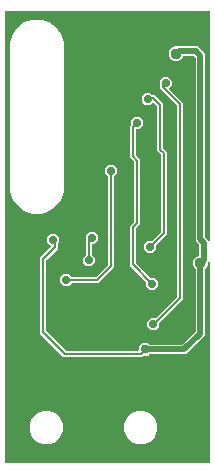
<source format=gbl>
G04 EAGLE Gerber RS-274X export*
G75*
%MOMM*%
%FSLAX34Y34*%
%LPD*%
%INBottom Copper*%
%IPPOS*%
%AMOC8*
5,1,8,0,0,1.08239X$1,22.5*%
G01*
%ADD10C,0.756400*%
%ADD11C,0.706400*%
%ADD12C,0.203200*%
%ADD13C,0.956400*%
%ADD14C,0.508000*%

G36*
X178329Y18161D02*
X178329Y18161D01*
X183578Y18161D01*
X183598Y18164D01*
X183617Y18162D01*
X183719Y18184D01*
X183821Y18201D01*
X183838Y18210D01*
X183858Y18215D01*
X183947Y18268D01*
X184038Y18316D01*
X184052Y18330D01*
X184069Y18341D01*
X184136Y18419D01*
X184207Y18494D01*
X184216Y18512D01*
X184229Y18528D01*
X184268Y18624D01*
X184311Y18717D01*
X184313Y18737D01*
X184321Y18756D01*
X184339Y18922D01*
X184339Y187753D01*
X184328Y187824D01*
X184326Y187895D01*
X184308Y187944D01*
X184299Y187996D01*
X184266Y188059D01*
X184241Y188126D01*
X184209Y188167D01*
X184184Y188213D01*
X184132Y188262D01*
X184088Y188318D01*
X184044Y188347D01*
X184006Y188383D01*
X183941Y188413D01*
X183881Y188451D01*
X183830Y188464D01*
X183783Y188486D01*
X183712Y188494D01*
X183642Y188512D01*
X183590Y188507D01*
X183538Y188513D01*
X183468Y188498D01*
X183397Y188492D01*
X183349Y188472D01*
X183298Y188461D01*
X183236Y188424D01*
X183171Y188396D01*
X183115Y188351D01*
X183087Y188335D01*
X183072Y188317D01*
X183040Y188291D01*
X182530Y187781D01*
X182477Y187707D01*
X182417Y187638D01*
X182405Y187608D01*
X182386Y187582D01*
X182359Y187495D01*
X182325Y187410D01*
X182321Y187369D01*
X182314Y187347D01*
X182315Y187314D01*
X182307Y187243D01*
X182307Y185746D01*
X181347Y183427D01*
X180288Y182369D01*
X180243Y182307D01*
X180196Y182258D01*
X180189Y182241D01*
X180175Y182225D01*
X180163Y182195D01*
X180144Y182169D01*
X180122Y182098D01*
X180093Y182034D01*
X180091Y182016D01*
X180083Y181997D01*
X180079Y181956D01*
X180072Y181934D01*
X180073Y181902D01*
X180065Y181830D01*
X180065Y125816D01*
X164184Y109935D01*
X132755Y109935D01*
X132665Y109921D01*
X132574Y109913D01*
X132545Y109901D01*
X132513Y109896D01*
X132432Y109853D01*
X132348Y109817D01*
X132316Y109791D01*
X132295Y109780D01*
X132273Y109757D01*
X132217Y109712D01*
X131198Y108693D01*
X127602Y108693D01*
X127512Y108679D01*
X127421Y108671D01*
X127391Y108659D01*
X127359Y108654D01*
X127278Y108611D01*
X127194Y108575D01*
X127162Y108549D01*
X127142Y108538D01*
X127119Y108515D01*
X127063Y108470D01*
X126552Y107959D01*
X59948Y107959D01*
X40459Y127448D01*
X40459Y192052D01*
X42171Y193764D01*
X49340Y200933D01*
X49351Y200949D01*
X49367Y200961D01*
X49423Y201048D01*
X49483Y201132D01*
X49489Y201151D01*
X49500Y201168D01*
X49525Y201269D01*
X49555Y201367D01*
X49555Y201387D01*
X49560Y201407D01*
X49552Y201510D01*
X49549Y201613D01*
X49542Y201632D01*
X49541Y201652D01*
X49500Y201747D01*
X49465Y201844D01*
X49452Y201860D01*
X49444Y201878D01*
X49340Y202009D01*
X46443Y204905D01*
X46443Y209095D01*
X49405Y212057D01*
X53595Y212057D01*
X56557Y209095D01*
X56557Y204905D01*
X55264Y203612D01*
X55211Y203538D01*
X55151Y203469D01*
X55139Y203439D01*
X55120Y203413D01*
X55093Y203326D01*
X55059Y203241D01*
X55055Y203200D01*
X55048Y203178D01*
X55049Y203145D01*
X55041Y203074D01*
X55041Y199448D01*
X45764Y190171D01*
X45711Y190097D01*
X45651Y190027D01*
X45639Y189997D01*
X45620Y189971D01*
X45593Y189884D01*
X45559Y189799D01*
X45555Y189758D01*
X45548Y189736D01*
X45549Y189704D01*
X45541Y189632D01*
X45541Y129868D01*
X45555Y129778D01*
X45563Y129687D01*
X45575Y129657D01*
X45580Y129625D01*
X45623Y129544D01*
X45659Y129460D01*
X45685Y129428D01*
X45696Y129408D01*
X45719Y129385D01*
X45764Y129329D01*
X61829Y113264D01*
X61903Y113211D01*
X61973Y113151D01*
X62003Y113139D01*
X62029Y113120D01*
X62116Y113093D01*
X62201Y113059D01*
X62242Y113055D01*
X62264Y113048D01*
X62296Y113049D01*
X62368Y113041D01*
X122932Y113041D01*
X122952Y113044D01*
X122971Y113042D01*
X123073Y113064D01*
X123175Y113080D01*
X123192Y113090D01*
X123212Y113094D01*
X123301Y113147D01*
X123392Y113196D01*
X123406Y113210D01*
X123423Y113220D01*
X123490Y113299D01*
X123562Y113374D01*
X123570Y113392D01*
X123583Y113407D01*
X123622Y113503D01*
X123665Y113597D01*
X123667Y113617D01*
X123675Y113635D01*
X123693Y113802D01*
X123693Y116198D01*
X126802Y119307D01*
X131198Y119307D01*
X132217Y118288D01*
X132291Y118235D01*
X132361Y118175D01*
X132391Y118163D01*
X132417Y118144D01*
X132504Y118117D01*
X132589Y118083D01*
X132630Y118079D01*
X132652Y118072D01*
X132684Y118073D01*
X132755Y118065D01*
X160501Y118065D01*
X160591Y118079D01*
X160682Y118087D01*
X160712Y118099D01*
X160744Y118104D01*
X160824Y118147D01*
X160908Y118183D01*
X160940Y118209D01*
X160961Y118220D01*
X160983Y118243D01*
X161039Y118288D01*
X171712Y128961D01*
X171765Y129035D01*
X171825Y129104D01*
X171837Y129134D01*
X171856Y129160D01*
X171883Y129247D01*
X171917Y129332D01*
X171921Y129373D01*
X171928Y129396D01*
X171927Y129428D01*
X171935Y129499D01*
X171935Y181830D01*
X171932Y181850D01*
X171934Y181869D01*
X171919Y181939D01*
X171913Y182011D01*
X171901Y182041D01*
X171896Y182073D01*
X171886Y182091D01*
X171882Y182109D01*
X171846Y182169D01*
X171817Y182238D01*
X171791Y182270D01*
X171780Y182290D01*
X171765Y182305D01*
X171756Y182320D01*
X171740Y182334D01*
X171712Y182369D01*
X170653Y183427D01*
X169693Y185746D01*
X169693Y188254D01*
X170653Y190573D01*
X172427Y192347D01*
X174465Y193191D01*
X174565Y193252D01*
X174665Y193312D01*
X174669Y193317D01*
X174674Y193320D01*
X174749Y193410D01*
X174825Y193499D01*
X174827Y193505D01*
X174831Y193510D01*
X174873Y193618D01*
X174917Y193727D01*
X174918Y193735D01*
X174919Y193739D01*
X174920Y193758D01*
X174935Y193894D01*
X174935Y202501D01*
X174921Y202591D01*
X174913Y202682D01*
X174901Y202712D01*
X174896Y202744D01*
X174853Y202824D01*
X174817Y202908D01*
X174791Y202940D01*
X174780Y202961D01*
X174757Y202983D01*
X174712Y203039D01*
X171935Y205816D01*
X171935Y360501D01*
X171921Y360591D01*
X171913Y360682D01*
X171901Y360712D01*
X171896Y360744D01*
X171853Y360824D01*
X171817Y360908D01*
X171791Y360940D01*
X171780Y360961D01*
X171757Y360983D01*
X171712Y361039D01*
X170539Y362212D01*
X170465Y362265D01*
X170396Y362325D01*
X170366Y362337D01*
X170340Y362356D01*
X170253Y362383D01*
X170168Y362417D01*
X170127Y362421D01*
X170104Y362428D01*
X170072Y362427D01*
X170001Y362435D01*
X161980Y362435D01*
X161865Y362416D01*
X161749Y362399D01*
X161743Y362397D01*
X161737Y362396D01*
X161634Y362341D01*
X161530Y362288D01*
X161525Y362283D01*
X161520Y362280D01*
X161440Y362196D01*
X161357Y362112D01*
X161354Y362106D01*
X161350Y362102D01*
X161342Y362085D01*
X161276Y361965D01*
X160847Y360927D01*
X159073Y359153D01*
X156754Y358193D01*
X154246Y358193D01*
X151927Y359153D01*
X150153Y360927D01*
X149193Y363246D01*
X149193Y365754D01*
X150153Y368073D01*
X151927Y369847D01*
X154246Y370807D01*
X156754Y370807D01*
X157199Y370623D01*
X157263Y370608D01*
X157323Y370583D01*
X157406Y370574D01*
X157438Y370567D01*
X157458Y370568D01*
X157490Y370565D01*
X173684Y370565D01*
X180065Y364184D01*
X180065Y209499D01*
X180079Y209409D01*
X180087Y209318D01*
X180099Y209288D01*
X180104Y209256D01*
X180147Y209176D01*
X180183Y209092D01*
X180209Y209060D01*
X180220Y209039D01*
X180243Y209017D01*
X180288Y208961D01*
X180461Y208788D01*
X183040Y206209D01*
X183098Y206167D01*
X183150Y206117D01*
X183197Y206096D01*
X183239Y206065D01*
X183308Y206044D01*
X183373Y206014D01*
X183425Y206008D01*
X183474Y205993D01*
X183546Y205995D01*
X183617Y205987D01*
X183668Y205998D01*
X183720Y205999D01*
X183788Y206024D01*
X183858Y206039D01*
X183902Y206066D01*
X183951Y206084D01*
X184007Y206128D01*
X184069Y206165D01*
X184103Y206205D01*
X184143Y206237D01*
X184182Y206298D01*
X184229Y206352D01*
X184248Y206400D01*
X184276Y206444D01*
X184294Y206514D01*
X184321Y206580D01*
X184329Y206652D01*
X184336Y206683D01*
X184335Y206706D01*
X184339Y206747D01*
X184339Y400078D01*
X184336Y400098D01*
X184338Y400117D01*
X184316Y400219D01*
X184299Y400321D01*
X184290Y400338D01*
X184286Y400358D01*
X184233Y400447D01*
X184184Y400538D01*
X184170Y400552D01*
X184160Y400569D01*
X184081Y400636D01*
X184006Y400707D01*
X183988Y400716D01*
X183973Y400729D01*
X183877Y400768D01*
X183783Y400811D01*
X183763Y400813D01*
X183745Y400821D01*
X183578Y400839D01*
X11422Y400839D01*
X11402Y400836D01*
X11383Y400838D01*
X11281Y400816D01*
X11179Y400799D01*
X11162Y400790D01*
X11142Y400786D01*
X11053Y400733D01*
X10962Y400684D01*
X10948Y400670D01*
X10931Y400660D01*
X10864Y400581D01*
X10793Y400506D01*
X10784Y400488D01*
X10771Y400473D01*
X10732Y400377D01*
X10689Y400283D01*
X10687Y400263D01*
X10679Y400245D01*
X10661Y400078D01*
X10661Y150828D01*
X10661Y150827D01*
X10661Y20173D01*
X10661Y20172D01*
X10661Y18922D01*
X10664Y18902D01*
X10662Y18883D01*
X10684Y18781D01*
X10701Y18679D01*
X10710Y18662D01*
X10714Y18642D01*
X10767Y18553D01*
X10816Y18462D01*
X10830Y18448D01*
X10840Y18431D01*
X10919Y18364D01*
X10994Y18293D01*
X11012Y18284D01*
X11027Y18271D01*
X11123Y18232D01*
X11217Y18189D01*
X11237Y18187D01*
X11255Y18179D01*
X11422Y18161D01*
X12672Y18161D01*
X12673Y18161D01*
X178326Y18161D01*
X178329Y18161D01*
G37*
%LPC*%
G36*
X33490Y228839D02*
X33490Y228839D01*
X26814Y231008D01*
X21134Y235134D01*
X17008Y240814D01*
X14839Y247490D01*
X14839Y374510D01*
X17008Y381186D01*
X21134Y386866D01*
X26814Y390992D01*
X33490Y393161D01*
X41510Y393161D01*
X48186Y390992D01*
X53866Y386866D01*
X57992Y381186D01*
X60161Y374510D01*
X60161Y247490D01*
X57992Y240814D01*
X53866Y235134D01*
X48186Y231008D01*
X41510Y228839D01*
X33490Y228839D01*
G37*
%LPD*%
%LPC*%
G36*
X133905Y130443D02*
X133905Y130443D01*
X130943Y133405D01*
X130943Y137595D01*
X133905Y140557D01*
X138148Y140557D01*
X138238Y140571D01*
X138329Y140579D01*
X138359Y140591D01*
X138391Y140596D01*
X138472Y140639D01*
X138556Y140675D01*
X138588Y140701D01*
X138608Y140712D01*
X138631Y140735D01*
X138687Y140780D01*
X156236Y158329D01*
X156289Y158403D01*
X156349Y158473D01*
X156361Y158503D01*
X156380Y158529D01*
X156407Y158616D01*
X156441Y158701D01*
X156445Y158742D01*
X156452Y158764D01*
X156451Y158796D01*
X156459Y158868D01*
X156459Y320132D01*
X156445Y320222D01*
X156437Y320313D01*
X156425Y320343D01*
X156420Y320375D01*
X156377Y320456D01*
X156341Y320540D01*
X156315Y320572D01*
X156304Y320592D01*
X156281Y320615D01*
X156236Y320671D01*
X141459Y335448D01*
X141459Y337074D01*
X141445Y337164D01*
X141443Y337180D01*
X141443Y341595D01*
X144405Y344557D01*
X148595Y344557D01*
X151557Y341595D01*
X151557Y337405D01*
X149660Y335509D01*
X149649Y335493D01*
X149633Y335481D01*
X149577Y335393D01*
X149517Y335309D01*
X149511Y335290D01*
X149500Y335274D01*
X149475Y335173D01*
X149445Y335074D01*
X149445Y335054D01*
X149440Y335035D01*
X149448Y334932D01*
X149451Y334829D01*
X149458Y334810D01*
X149459Y334790D01*
X149500Y334695D01*
X149535Y334597D01*
X149548Y334582D01*
X149556Y334564D01*
X149660Y334433D01*
X161541Y322552D01*
X161541Y156448D01*
X141280Y136187D01*
X141227Y136113D01*
X141167Y136043D01*
X141155Y136013D01*
X141136Y135987D01*
X141109Y135900D01*
X141075Y135815D01*
X141071Y135774D01*
X141064Y135752D01*
X141065Y135720D01*
X141057Y135648D01*
X141057Y133405D01*
X138095Y130443D01*
X133905Y130443D01*
G37*
%LPD*%
%LPC*%
G36*
X132905Y164443D02*
X132905Y164443D01*
X129943Y167405D01*
X129943Y170648D01*
X129929Y170738D01*
X129921Y170829D01*
X129909Y170859D01*
X129904Y170891D01*
X129861Y170972D01*
X129825Y171056D01*
X129799Y171088D01*
X129788Y171108D01*
X129765Y171131D01*
X129720Y171187D01*
X115959Y184948D01*
X115959Y218552D01*
X119736Y222329D01*
X119789Y222403D01*
X119849Y222473D01*
X119861Y222503D01*
X119880Y222529D01*
X119907Y222616D01*
X119941Y222701D01*
X119945Y222742D01*
X119952Y222764D01*
X119951Y222796D01*
X119959Y222868D01*
X119959Y272632D01*
X119945Y272722D01*
X119937Y272813D01*
X119925Y272843D01*
X119920Y272875D01*
X119877Y272956D01*
X119841Y273040D01*
X119815Y273072D01*
X119804Y273092D01*
X119781Y273115D01*
X119736Y273171D01*
X115959Y276948D01*
X115959Y303052D01*
X117220Y304313D01*
X117273Y304387D01*
X117333Y304457D01*
X117345Y304487D01*
X117364Y304513D01*
X117391Y304600D01*
X117425Y304685D01*
X117429Y304726D01*
X117436Y304748D01*
X117435Y304780D01*
X117443Y304852D01*
X117443Y308095D01*
X120405Y311057D01*
X124595Y311057D01*
X127557Y308095D01*
X127557Y303905D01*
X124595Y300943D01*
X121802Y300943D01*
X121782Y300940D01*
X121763Y300942D01*
X121661Y300920D01*
X121559Y300904D01*
X121542Y300894D01*
X121522Y300890D01*
X121433Y300837D01*
X121342Y300788D01*
X121328Y300774D01*
X121311Y300764D01*
X121244Y300685D01*
X121172Y300610D01*
X121164Y300592D01*
X121151Y300577D01*
X121112Y300481D01*
X121069Y300387D01*
X121067Y300367D01*
X121059Y300349D01*
X121041Y300182D01*
X121041Y279368D01*
X121055Y279278D01*
X121063Y279187D01*
X121075Y279157D01*
X121080Y279125D01*
X121123Y279044D01*
X121159Y278960D01*
X121185Y278928D01*
X121196Y278908D01*
X121219Y278885D01*
X121264Y278829D01*
X125041Y275052D01*
X125041Y220448D01*
X121264Y216671D01*
X121211Y216597D01*
X121151Y216527D01*
X121139Y216497D01*
X121120Y216471D01*
X121093Y216384D01*
X121059Y216299D01*
X121055Y216258D01*
X121048Y216236D01*
X121049Y216204D01*
X121041Y216132D01*
X121041Y187368D01*
X121055Y187278D01*
X121063Y187187D01*
X121075Y187157D01*
X121080Y187125D01*
X121123Y187044D01*
X121159Y186960D01*
X121185Y186928D01*
X121196Y186908D01*
X121219Y186885D01*
X121264Y186829D01*
X133313Y174780D01*
X133387Y174727D01*
X133457Y174667D01*
X133487Y174655D01*
X133513Y174636D01*
X133600Y174609D01*
X133685Y174575D01*
X133726Y174571D01*
X133748Y174564D01*
X133780Y174565D01*
X133852Y174557D01*
X137095Y174557D01*
X140057Y171595D01*
X140057Y167405D01*
X137095Y164443D01*
X132905Y164443D01*
G37*
%LPD*%
%LPC*%
G36*
X131405Y195943D02*
X131405Y195943D01*
X128443Y198905D01*
X128443Y203095D01*
X131405Y206057D01*
X134648Y206057D01*
X134738Y206071D01*
X134829Y206079D01*
X134859Y206091D01*
X134891Y206096D01*
X134972Y206139D01*
X135056Y206175D01*
X135088Y206201D01*
X135108Y206212D01*
X135131Y206235D01*
X135187Y206280D01*
X142236Y213329D01*
X142289Y213403D01*
X142349Y213473D01*
X142361Y213503D01*
X142380Y213529D01*
X142407Y213616D01*
X142441Y213701D01*
X142445Y213742D01*
X142452Y213764D01*
X142451Y213796D01*
X142459Y213868D01*
X142459Y278632D01*
X142445Y278722D01*
X142437Y278813D01*
X142425Y278843D01*
X142420Y278875D01*
X142377Y278956D01*
X142341Y279040D01*
X142315Y279072D01*
X142304Y279092D01*
X142281Y279115D01*
X142236Y279171D01*
X139209Y282198D01*
X139209Y319882D01*
X139195Y319972D01*
X139187Y320063D01*
X139175Y320093D01*
X139170Y320125D01*
X139127Y320206D01*
X139091Y320290D01*
X139065Y320322D01*
X139054Y320342D01*
X139031Y320365D01*
X138986Y320421D01*
X136567Y322840D01*
X136551Y322851D01*
X136539Y322867D01*
X136452Y322923D01*
X136368Y322983D01*
X136349Y322989D01*
X136332Y323000D01*
X136231Y323025D01*
X136133Y323055D01*
X136113Y323055D01*
X136093Y323060D01*
X135990Y323052D01*
X135887Y323049D01*
X135868Y323042D01*
X135848Y323041D01*
X135753Y323000D01*
X135656Y322965D01*
X135640Y322952D01*
X135622Y322944D01*
X135491Y322840D01*
X133345Y320693D01*
X129155Y320693D01*
X126193Y323655D01*
X126193Y327845D01*
X129155Y330807D01*
X133345Y330807D01*
X134638Y329514D01*
X134712Y329461D01*
X134781Y329401D01*
X134811Y329389D01*
X134837Y329370D01*
X134924Y329343D01*
X135009Y329309D01*
X135050Y329305D01*
X135072Y329298D01*
X135105Y329299D01*
X135176Y329291D01*
X137302Y329291D01*
X144291Y322302D01*
X144291Y284618D01*
X144305Y284528D01*
X144313Y284437D01*
X144325Y284407D01*
X144330Y284375D01*
X144373Y284294D01*
X144409Y284210D01*
X144435Y284178D01*
X144446Y284158D01*
X144469Y284135D01*
X144485Y284116D01*
X144490Y284107D01*
X144495Y284103D01*
X144514Y284079D01*
X147541Y281052D01*
X147541Y211448D01*
X138780Y202687D01*
X138727Y202613D01*
X138667Y202543D01*
X138655Y202513D01*
X138636Y202487D01*
X138609Y202400D01*
X138575Y202315D01*
X138571Y202274D01*
X138564Y202252D01*
X138565Y202220D01*
X138557Y202148D01*
X138557Y198905D01*
X135595Y195943D01*
X131405Y195943D01*
G37*
%LPD*%
%LPC*%
G36*
X60405Y167943D02*
X60405Y167943D01*
X57443Y170905D01*
X57443Y175095D01*
X60405Y178057D01*
X64595Y178057D01*
X66888Y175764D01*
X66962Y175711D01*
X67031Y175651D01*
X67061Y175639D01*
X67087Y175620D01*
X67174Y175593D01*
X67259Y175559D01*
X67300Y175555D01*
X67322Y175548D01*
X67355Y175549D01*
X67426Y175541D01*
X87132Y175541D01*
X87222Y175555D01*
X87313Y175563D01*
X87343Y175575D01*
X87375Y175580D01*
X87456Y175623D01*
X87540Y175659D01*
X87572Y175685D01*
X87592Y175696D01*
X87615Y175719D01*
X87671Y175764D01*
X97736Y185829D01*
X97789Y185903D01*
X97849Y185973D01*
X97861Y186003D01*
X97880Y186029D01*
X97907Y186116D01*
X97941Y186201D01*
X97945Y186242D01*
X97952Y186264D01*
X97951Y186296D01*
X97959Y186368D01*
X97959Y260574D01*
X97945Y260664D01*
X97937Y260755D01*
X97925Y260785D01*
X97920Y260817D01*
X97877Y260898D01*
X97841Y260981D01*
X97815Y261014D01*
X97804Y261034D01*
X97781Y261056D01*
X97736Y261112D01*
X95443Y263405D01*
X95443Y267595D01*
X98405Y270557D01*
X102595Y270557D01*
X105557Y267595D01*
X105557Y263405D01*
X103264Y261112D01*
X103211Y261038D01*
X103151Y260969D01*
X103139Y260939D01*
X103120Y260913D01*
X103093Y260826D01*
X103059Y260741D01*
X103055Y260700D01*
X103048Y260678D01*
X103049Y260645D01*
X103041Y260574D01*
X103041Y183948D01*
X89552Y170459D01*
X67426Y170459D01*
X67336Y170445D01*
X67245Y170437D01*
X67215Y170425D01*
X67183Y170420D01*
X67102Y170377D01*
X67019Y170341D01*
X66986Y170315D01*
X66966Y170304D01*
X66944Y170281D01*
X66888Y170236D01*
X64595Y167943D01*
X60405Y167943D01*
G37*
%LPD*%
%LPC*%
G36*
X42683Y33839D02*
X42683Y33839D01*
X37479Y35995D01*
X33495Y39979D01*
X31339Y45183D01*
X31339Y50817D01*
X33495Y56021D01*
X37479Y60005D01*
X42683Y62161D01*
X48317Y62161D01*
X53521Y60005D01*
X57505Y56021D01*
X59661Y50817D01*
X59661Y45183D01*
X57505Y39979D01*
X53521Y35995D01*
X48317Y33839D01*
X42683Y33839D01*
G37*
%LPD*%
%LPC*%
G36*
X122683Y33839D02*
X122683Y33839D01*
X117479Y35995D01*
X113495Y39979D01*
X111339Y45183D01*
X111339Y50817D01*
X113495Y56021D01*
X117479Y60005D01*
X122683Y62161D01*
X128317Y62161D01*
X133521Y60005D01*
X137505Y56021D01*
X139661Y50817D01*
X139661Y45183D01*
X137505Y39979D01*
X133521Y35995D01*
X128317Y33839D01*
X122683Y33839D01*
G37*
%LPD*%
%LPC*%
G36*
X79405Y184443D02*
X79405Y184443D01*
X76443Y187405D01*
X76443Y191595D01*
X78736Y193888D01*
X78789Y193962D01*
X78849Y194031D01*
X78861Y194061D01*
X78880Y194087D01*
X78907Y194174D01*
X78941Y194259D01*
X78945Y194300D01*
X78952Y194322D01*
X78951Y194355D01*
X78959Y194426D01*
X78959Y206552D01*
X79220Y206813D01*
X79274Y206888D01*
X79333Y206957D01*
X79345Y206987D01*
X79364Y207013D01*
X79391Y207100D01*
X79425Y207185D01*
X79429Y207226D01*
X79436Y207248D01*
X79435Y207280D01*
X79443Y207352D01*
X79443Y210595D01*
X82405Y213557D01*
X86595Y213557D01*
X89557Y210595D01*
X89557Y206405D01*
X86595Y203443D01*
X84802Y203443D01*
X84782Y203440D01*
X84763Y203442D01*
X84661Y203420D01*
X84559Y203404D01*
X84542Y203394D01*
X84522Y203390D01*
X84433Y203337D01*
X84342Y203288D01*
X84328Y203274D01*
X84311Y203264D01*
X84244Y203185D01*
X84172Y203110D01*
X84164Y203092D01*
X84151Y203077D01*
X84112Y202981D01*
X84069Y202887D01*
X84067Y202867D01*
X84059Y202849D01*
X84041Y202682D01*
X84041Y194426D01*
X84055Y194336D01*
X84063Y194245D01*
X84075Y194215D01*
X84080Y194183D01*
X84123Y194102D01*
X84159Y194019D01*
X84185Y193986D01*
X84196Y193966D01*
X84219Y193944D01*
X84264Y193888D01*
X86557Y191595D01*
X86557Y187405D01*
X83595Y184443D01*
X79405Y184443D01*
G37*
%LPD*%
D10*
X177500Y76500D03*
X79000Y396000D03*
X17000Y169000D03*
X87000Y396000D03*
X24500Y28500D03*
D11*
X81500Y189500D03*
D12*
X81500Y205500D02*
X84500Y208500D01*
X81500Y205500D02*
X81500Y189500D01*
D11*
X84500Y208500D03*
X100500Y265500D03*
X62500Y173000D03*
D12*
X100500Y185000D02*
X100500Y265500D01*
X100500Y185000D02*
X88500Y173000D01*
X62500Y173000D01*
D11*
X122500Y306000D03*
X135000Y169500D03*
D12*
X118500Y302000D02*
X122500Y306000D01*
X118500Y302000D02*
X118500Y278000D01*
X122500Y274000D01*
X122500Y221500D01*
X118500Y217500D01*
X118500Y186000D01*
X135000Y169500D01*
D11*
X131250Y325750D03*
X133500Y201000D03*
D12*
X145000Y212500D01*
X145000Y280000D01*
X141750Y283250D01*
X141750Y321250D01*
X136250Y326750D01*
X132250Y326750D01*
X131250Y325750D01*
D11*
X136000Y135500D03*
X146500Y339500D03*
D12*
X137000Y135500D02*
X136000Y135500D01*
X137000Y135500D02*
X159000Y157500D01*
X144000Y336500D02*
X144000Y337000D01*
X146500Y339500D01*
X159000Y321500D02*
X159000Y157500D01*
X159000Y321500D02*
X144000Y336500D01*
D13*
X176000Y187000D03*
X155500Y364500D03*
D11*
X51500Y207000D03*
D12*
X52500Y206000D01*
X52500Y200500D01*
X43000Y191000D01*
X43000Y128500D01*
D10*
X129000Y114000D03*
D12*
X61000Y110500D02*
X43000Y128500D01*
X61000Y110500D02*
X125500Y110500D01*
X129000Y114000D01*
D14*
X157500Y366500D02*
X172000Y366500D01*
X157500Y366500D02*
X155500Y364500D01*
X172000Y366500D02*
X176000Y362500D01*
X176000Y207500D02*
X179000Y204500D01*
X179000Y190000D01*
X176000Y187000D01*
X176000Y207500D02*
X176000Y362500D01*
X176000Y187000D02*
X176000Y127500D01*
X162500Y114000D01*
X129000Y114000D01*
M02*

</source>
